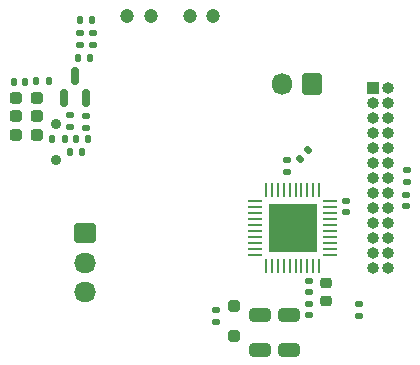
<source format=gbr>
%TF.GenerationSoftware,KiCad,Pcbnew,7.0.11*%
%TF.CreationDate,2024-11-13T01:10:25+09:00*%
%TF.ProjectId,MD,4d442e6b-6963-4616-945f-706362585858,rev?*%
%TF.SameCoordinates,Original*%
%TF.FileFunction,Soldermask,Bot*%
%TF.FilePolarity,Negative*%
%FSLAX46Y46*%
G04 Gerber Fmt 4.6, Leading zero omitted, Abs format (unit mm)*
G04 Created by KiCad (PCBNEW 7.0.11) date 2024-11-13 01:10:25*
%MOMM*%
%LPD*%
G01*
G04 APERTURE LIST*
G04 Aperture macros list*
%AMRoundRect*
0 Rectangle with rounded corners*
0 $1 Rounding radius*
0 $2 $3 $4 $5 $6 $7 $8 $9 X,Y pos of 4 corners*
0 Add a 4 corners polygon primitive as box body*
4,1,4,$2,$3,$4,$5,$6,$7,$8,$9,$2,$3,0*
0 Add four circle primitives for the rounded corners*
1,1,$1+$1,$2,$3*
1,1,$1+$1,$4,$5*
1,1,$1+$1,$6,$7*
1,1,$1+$1,$8,$9*
0 Add four rect primitives between the rounded corners*
20,1,$1+$1,$2,$3,$4,$5,0*
20,1,$1+$1,$4,$5,$6,$7,0*
20,1,$1+$1,$6,$7,$8,$9,0*
20,1,$1+$1,$8,$9,$2,$3,0*%
G04 Aperture macros list end*
%ADD10C,0.900000*%
%ADD11RoundRect,0.250000X-0.675000X0.600000X-0.675000X-0.600000X0.675000X-0.600000X0.675000X0.600000X0*%
%ADD12O,1.850000X1.700000*%
%ADD13RoundRect,0.250000X0.600000X0.675000X-0.600000X0.675000X-0.600000X-0.675000X0.600000X-0.675000X0*%
%ADD14O,1.700000X1.850000*%
%ADD15RoundRect,0.140000X0.170000X-0.140000X0.170000X0.140000X-0.170000X0.140000X-0.170000X-0.140000X0*%
%ADD16RoundRect,0.135000X-0.185000X0.135000X-0.185000X-0.135000X0.185000X-0.135000X0.185000X0.135000X0*%
%ADD17RoundRect,0.250000X-0.650000X0.325000X-0.650000X-0.325000X0.650000X-0.325000X0.650000X0.325000X0*%
%ADD18RoundRect,0.135000X0.135000X0.185000X-0.135000X0.185000X-0.135000X-0.185000X0.135000X-0.185000X0*%
%ADD19RoundRect,0.150000X0.150000X-0.587500X0.150000X0.587500X-0.150000X0.587500X-0.150000X-0.587500X0*%
%ADD20RoundRect,0.135000X-0.135000X-0.185000X0.135000X-0.185000X0.135000X0.185000X-0.135000X0.185000X0*%
%ADD21RoundRect,0.225000X0.250000X-0.225000X0.250000X0.225000X-0.250000X0.225000X-0.250000X-0.225000X0*%
%ADD22RoundRect,0.237500X-0.287500X-0.237500X0.287500X-0.237500X0.287500X0.237500X-0.287500X0.237500X0*%
%ADD23C,1.200000*%
%ADD24RoundRect,0.135000X0.185000X-0.135000X0.185000X0.135000X-0.185000X0.135000X-0.185000X-0.135000X0*%
%ADD25RoundRect,0.140000X-0.170000X0.140000X-0.170000X-0.140000X0.170000X-0.140000X0.170000X0.140000X0*%
%ADD26R,1.000000X1.000000*%
%ADD27O,1.000000X1.000000*%
%ADD28RoundRect,0.250000X-0.250000X0.250000X-0.250000X-0.250000X0.250000X-0.250000X0.250000X0.250000X0*%
%ADD29RoundRect,0.140000X0.140000X0.170000X-0.140000X0.170000X-0.140000X-0.170000X0.140000X-0.170000X0*%
%ADD30RoundRect,0.135000X-0.035355X0.226274X-0.226274X0.035355X0.035355X-0.226274X0.226274X-0.035355X0*%
%ADD31O,0.230000X1.210000*%
%ADD32O,1.210000X0.230000*%
%ADD33R,4.150000X4.150000*%
G04 APERTURE END LIST*
D10*
%TO.C,SW4*%
X4450000Y-10250000D03*
X4450000Y-13250000D03*
%TD*%
D11*
%TO.C,J6*%
X6950000Y-19500000D03*
D12*
X6950000Y-22000000D03*
X6950000Y-24500000D03*
%TD*%
D13*
%TO.C,J5*%
X26150000Y-6850000D03*
D14*
X23650000Y-6850000D03*
%TD*%
D15*
%TO.C,C26*%
X29046592Y-17711952D03*
X29046592Y-16751952D03*
%TD*%
D16*
%TO.C,R1*%
X34172320Y-14149096D03*
X34172320Y-15169096D03*
%TD*%
D17*
%TO.C,C23*%
X24186288Y-26387049D03*
X24186288Y-29337049D03*
%TD*%
D18*
%TO.C,R29*%
X7367926Y-4622934D03*
X6347926Y-4622934D03*
%TD*%
D19*
%TO.C,Q5*%
X7028896Y-8058847D03*
X5128896Y-8058847D03*
X6078896Y-6183847D03*
%TD*%
D20*
%TO.C,R26*%
X6489069Y-1419813D03*
X7509069Y-1419813D03*
%TD*%
D21*
%TO.C,C28*%
X27376853Y-25255142D03*
X27376853Y-23705142D03*
%TD*%
D22*
%TO.C,D22*%
X1125000Y-8000000D03*
X2875000Y-8000000D03*
%TD*%
D16*
%TO.C,R28*%
X6523448Y-2550501D03*
X6523448Y-3570501D03*
%TD*%
D23*
%TO.C,C17*%
X12500000Y-1100000D03*
X10500000Y-1100000D03*
%TD*%
D24*
%TO.C,R72*%
X5713895Y-10526175D03*
X5713895Y-9506175D03*
%TD*%
D25*
%TO.C,C1*%
X34159743Y-16216675D03*
X34159743Y-17176675D03*
%TD*%
D22*
%TO.C,D20*%
X1120288Y-11196083D03*
X2870288Y-11196083D03*
%TD*%
D26*
%TO.C,J4*%
X31355000Y-7175000D03*
D27*
X32625000Y-7175000D03*
X31355000Y-8445000D03*
X32625000Y-8445000D03*
X31355000Y-9715000D03*
X32625000Y-9715000D03*
X31355000Y-10985000D03*
X32625000Y-10985000D03*
X31355000Y-12255000D03*
X32625000Y-12255000D03*
X31355000Y-13525000D03*
X32625000Y-13525000D03*
X31355000Y-14795000D03*
X32625000Y-14795000D03*
X31355000Y-16065000D03*
X32625000Y-16065000D03*
X31355000Y-17335000D03*
X32625000Y-17335000D03*
X31355000Y-18605000D03*
X32625000Y-18605000D03*
X31355000Y-19875000D03*
X32625000Y-19875000D03*
X31355000Y-21145000D03*
X32625000Y-21145000D03*
X31355000Y-22415000D03*
X32625000Y-22415000D03*
%TD*%
D16*
%TO.C,R24*%
X7597912Y-2552780D03*
X7597912Y-3572780D03*
%TD*%
D28*
%TO.C,D5*%
X19559617Y-25676490D03*
X19559617Y-28176490D03*
%TD*%
D15*
%TO.C,C29*%
X24032631Y-14265961D03*
X24032631Y-13305961D03*
%TD*%
D18*
%TO.C,R75*%
X7165288Y-11523492D03*
X6145288Y-11523492D03*
%TD*%
D24*
%TO.C,R30*%
X18033291Y-27011083D03*
X18033291Y-25991083D03*
%TD*%
D23*
%TO.C,C2*%
X17800000Y-1100000D03*
X15800000Y-1100000D03*
%TD*%
D22*
%TO.C,D21*%
X1120288Y-9598472D03*
X2870288Y-9598472D03*
%TD*%
D18*
%TO.C,R69*%
X5210000Y-11500000D03*
X4190000Y-11500000D03*
%TD*%
D17*
%TO.C,C24*%
X21788621Y-26387049D03*
X21788621Y-29337049D03*
%TD*%
D25*
%TO.C,C25*%
X25921593Y-25487339D03*
X25921593Y-26447339D03*
%TD*%
D16*
%TO.C,R4*%
X7046543Y-9527803D03*
X7046543Y-10547803D03*
%TD*%
D18*
%TO.C,R18*%
X3857439Y-6639825D03*
X2837439Y-6639825D03*
%TD*%
D29*
%TO.C,C14*%
X1869679Y-6646407D03*
X909679Y-6646407D03*
%TD*%
D18*
%TO.C,R19*%
X6706336Y-12581390D03*
X5686336Y-12581390D03*
%TD*%
D30*
%TO.C,R2*%
X25857881Y-12480947D03*
X25136633Y-13202195D03*
%TD*%
D31*
%TO.C,U6*%
X26767988Y-22250821D03*
X26267989Y-22250821D03*
X25767987Y-22250821D03*
X25267988Y-22250821D03*
X24767987Y-22250821D03*
X24267987Y-22250821D03*
X23767989Y-22250821D03*
X23267987Y-22250821D03*
X22767988Y-22250821D03*
X22267986Y-22250821D03*
D32*
X21312987Y-21295822D03*
X21312987Y-20795823D03*
X21312987Y-20295821D03*
X21312987Y-19795822D03*
X21312987Y-19295821D03*
X21312987Y-18795821D03*
X21312987Y-18295823D03*
X21312987Y-17795821D03*
X21312987Y-17295822D03*
X21312987Y-16795820D03*
D31*
X22267986Y-15840821D03*
X22767988Y-15840821D03*
X23267987Y-15840821D03*
X23767989Y-15840821D03*
X24267987Y-15840821D03*
X24767987Y-15840821D03*
X25267988Y-15840821D03*
X25767987Y-15840821D03*
X26267989Y-15840821D03*
X26767988Y-15840821D03*
D32*
X27722987Y-16795820D03*
X27722987Y-17295822D03*
X27722987Y-17795821D03*
X27722987Y-18295823D03*
X27722987Y-18795821D03*
X27722987Y-19295821D03*
X27722987Y-19795822D03*
X27722987Y-20295821D03*
X27722987Y-20795823D03*
X27722987Y-21295822D03*
D33*
X24517987Y-19045821D03*
%TD*%
D15*
%TO.C,C27*%
X25926688Y-24491447D03*
X25926688Y-23531447D03*
%TD*%
D16*
%TO.C,R3*%
X30165448Y-25495071D03*
X30165448Y-26515071D03*
%TD*%
M02*

</source>
